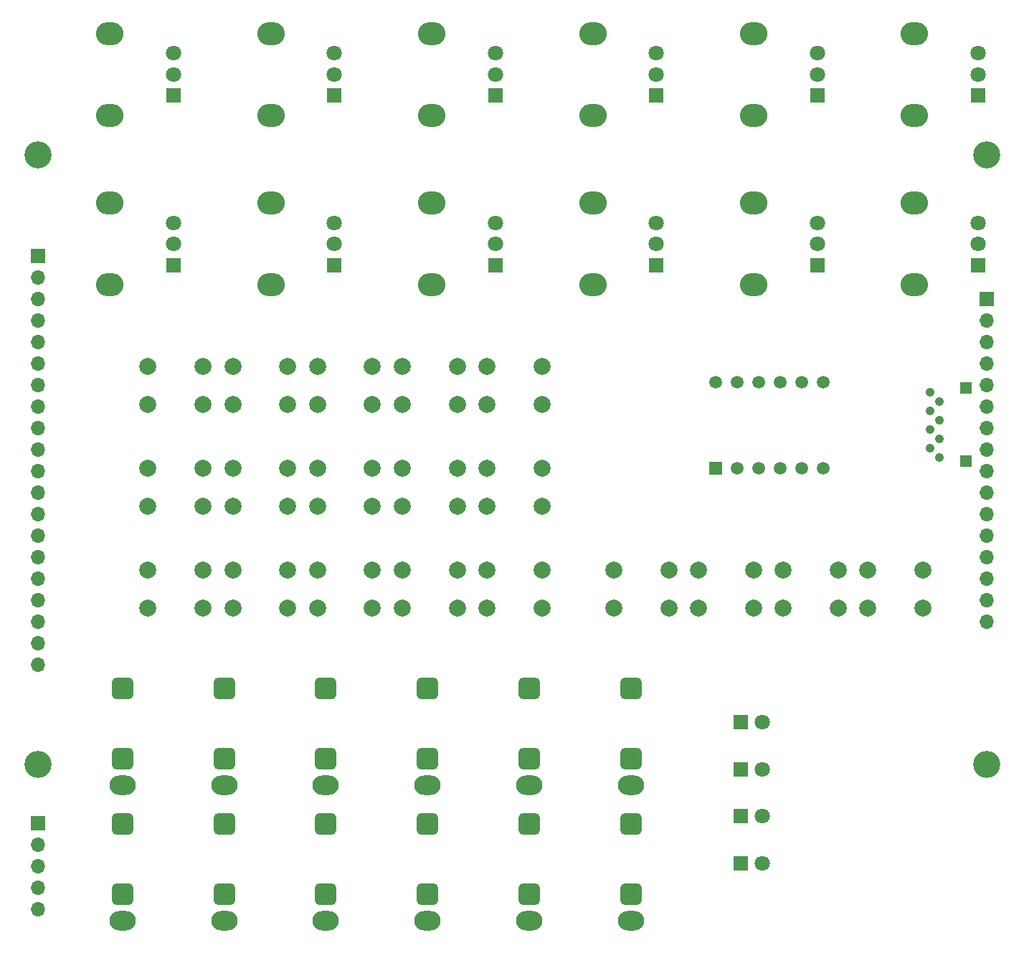
<source format=gbr>
%TF.GenerationSoftware,KiCad,Pcbnew,7.0.2*%
%TF.CreationDate,2024-07-09T14:04:18+01:00*%
%TF.ProjectId,dk2_03_top,646b325f-3033-45f7-946f-702e6b696361,rev?*%
%TF.SameCoordinates,Original*%
%TF.FileFunction,Soldermask,Top*%
%TF.FilePolarity,Negative*%
%FSLAX46Y46*%
G04 Gerber Fmt 4.6, Leading zero omitted, Abs format (unit mm)*
G04 Created by KiCad (PCBNEW 7.0.2) date 2024-07-09 14:04:18*
%MOMM*%
%LPD*%
G01*
G04 APERTURE LIST*
G04 Aperture macros list*
%AMRoundRect*
0 Rectangle with rounded corners*
0 $1 Rounding radius*
0 $2 $3 $4 $5 $6 $7 $8 $9 X,Y pos of 4 corners*
0 Add a 4 corners polygon primitive as box body*
4,1,4,$2,$3,$4,$5,$6,$7,$8,$9,$2,$3,0*
0 Add four circle primitives for the rounded corners*
1,1,$1+$1,$2,$3*
1,1,$1+$1,$4,$5*
1,1,$1+$1,$6,$7*
1,1,$1+$1,$8,$9*
0 Add four rect primitives between the rounded corners*
20,1,$1+$1,$2,$3,$4,$5,0*
20,1,$1+$1,$4,$5,$6,$7,0*
20,1,$1+$1,$6,$7,$8,$9,0*
20,1,$1+$1,$8,$9,$2,$3,0*%
G04 Aperture macros list end*
%ADD10C,2.000000*%
%ADD11O,3.240000X2.720000*%
%ADD12R,1.800000X1.800000*%
%ADD13C,1.800000*%
%ADD14O,3.100000X2.300000*%
%ADD15RoundRect,0.650000X-0.650000X-0.650000X0.650000X-0.650000X0.650000X0.650000X-0.650000X0.650000X0*%
%ADD16C,3.200000*%
%ADD17R,1.500000X1.500000*%
%ADD18C,1.500000*%
%ADD19C,1.050000*%
%ADD20R,1.350000X1.350000*%
%ADD21R,1.700000X1.700000*%
%ADD22O,1.700000X1.700000*%
G04 APERTURE END LIST*
D10*
%TO.C,SW10*%
X127000000Y-93000000D03*
X133500000Y-93000000D03*
X127000000Y-97500000D03*
X133500000Y-97500000D03*
%TD*%
%TO.C,SW8*%
X107000000Y-93000000D03*
X113500000Y-93000000D03*
X107000000Y-97500000D03*
X113500000Y-97500000D03*
%TD*%
D11*
%TO.C,RV3*%
X120500000Y-51300000D03*
X120500000Y-41700000D03*
D12*
X128000000Y-49000000D03*
D13*
X128000000Y-46500000D03*
X128000000Y-44000000D03*
%TD*%
D14*
%TO.C,J2*%
X96000000Y-130400000D03*
D15*
X96000000Y-119000000D03*
X96000000Y-127300000D03*
%TD*%
D14*
%TO.C,J13*%
X132000000Y-130400000D03*
D15*
X132000000Y-119000000D03*
X132000000Y-127300000D03*
%TD*%
D11*
%TO.C,RV8*%
X139500000Y-71300000D03*
X139500000Y-61700000D03*
D12*
X147000000Y-69000000D03*
D13*
X147000000Y-66500000D03*
X147000000Y-64000000D03*
%TD*%
D14*
%TO.C,J12*%
X120000000Y-130400000D03*
D15*
X120000000Y-119000000D03*
X120000000Y-127300000D03*
%TD*%
D10*
%TO.C,SW19*%
X172000000Y-105000000D03*
X178500000Y-105000000D03*
X172000000Y-109500000D03*
X178500000Y-109500000D03*
%TD*%
D16*
%TO.C,H1*%
X74000000Y-56000000D03*
%TD*%
D14*
%TO.C,J11*%
X144000000Y-146400000D03*
D15*
X144000000Y-135000000D03*
X144000000Y-143300000D03*
%TD*%
D11*
%TO.C,RV4*%
X139500000Y-51300000D03*
X139500000Y-41700000D03*
D12*
X147000000Y-49000000D03*
D13*
X147000000Y-46500000D03*
X147000000Y-44000000D03*
%TD*%
D10*
%TO.C,SW3*%
X107000000Y-81000000D03*
X113500000Y-81000000D03*
X107000000Y-85500000D03*
X113500000Y-85500000D03*
%TD*%
D11*
%TO.C,RV1*%
X82500000Y-51300000D03*
X82500000Y-41700000D03*
D12*
X90000000Y-49000000D03*
D13*
X90000000Y-46500000D03*
X90000000Y-44000000D03*
%TD*%
D11*
%TO.C,RV10*%
X177500000Y-51300000D03*
X177500000Y-41700000D03*
D12*
X185000000Y-49000000D03*
D13*
X185000000Y-46500000D03*
X185000000Y-44000000D03*
%TD*%
D14*
%TO.C,J4*%
X84000000Y-130400000D03*
D15*
X84000000Y-119000000D03*
X84000000Y-127300000D03*
%TD*%
D10*
%TO.C,SW9*%
X117000000Y-93000000D03*
X123500000Y-93000000D03*
X117000000Y-97500000D03*
X123500000Y-97500000D03*
%TD*%
D14*
%TO.C,J14*%
X120000000Y-146400000D03*
D15*
X120000000Y-135000000D03*
X120000000Y-143300000D03*
%TD*%
D14*
%TO.C,J15*%
X132000000Y-146400000D03*
D15*
X132000000Y-135000000D03*
X132000000Y-143300000D03*
%TD*%
D10*
%TO.C,SW6*%
X87000000Y-93000000D03*
X93500000Y-93000000D03*
X87000000Y-97500000D03*
X93500000Y-97500000D03*
%TD*%
D11*
%TO.C,RV7*%
X120500000Y-71300000D03*
X120500000Y-61700000D03*
D12*
X128000000Y-69000000D03*
D13*
X128000000Y-66500000D03*
X128000000Y-64000000D03*
%TD*%
D10*
%TO.C,SW17*%
X152000000Y-105000000D03*
X158500000Y-105000000D03*
X152000000Y-109500000D03*
X158500000Y-109500000D03*
%TD*%
%TO.C,SW1*%
X87000000Y-81000000D03*
X93500000Y-81000000D03*
X87000000Y-85500000D03*
X93500000Y-85500000D03*
%TD*%
D17*
%TO.C,U3*%
X154000000Y-93000000D03*
D18*
X156540000Y-93000000D03*
X159080000Y-93000000D03*
X161620000Y-93000000D03*
X164160000Y-93000000D03*
X166700000Y-93000000D03*
X166700000Y-82840000D03*
X164160000Y-82840000D03*
X161620000Y-82840000D03*
X159080000Y-82840000D03*
X156540000Y-82840000D03*
X154000000Y-82840000D03*
%TD*%
D19*
%TO.C,J6*%
X180400000Y-91700000D03*
X179300000Y-90600000D03*
X180400000Y-89500000D03*
X179300000Y-88400000D03*
X180400000Y-87300000D03*
X179300000Y-86200000D03*
X180400000Y-85100000D03*
X179300000Y-84000000D03*
D20*
X183570000Y-92150000D03*
X183570000Y-83550000D03*
%TD*%
D12*
%TO.C,D3*%
X157000000Y-134100000D03*
D13*
X159540000Y-134100000D03*
%TD*%
D11*
%TO.C,RV11*%
X158500000Y-71300000D03*
X158500000Y-61700000D03*
D12*
X166000000Y-69000000D03*
D13*
X166000000Y-66500000D03*
X166000000Y-64000000D03*
%TD*%
D11*
%TO.C,RV9*%
X158500000Y-51300000D03*
X158500000Y-41700000D03*
D12*
X166000000Y-49000000D03*
D13*
X166000000Y-46500000D03*
X166000000Y-44000000D03*
%TD*%
D14*
%TO.C,J8*%
X96000000Y-146400000D03*
D15*
X96000000Y-135000000D03*
X96000000Y-143300000D03*
%TD*%
D10*
%TO.C,SW15*%
X127000000Y-105000000D03*
X133500000Y-105000000D03*
X127000000Y-109500000D03*
X133500000Y-109500000D03*
%TD*%
%TO.C,SW13*%
X107000000Y-105000000D03*
X113500000Y-105000000D03*
X107000000Y-109500000D03*
X113500000Y-109500000D03*
%TD*%
%TO.C,SW18*%
X162000000Y-105000000D03*
X168500000Y-105000000D03*
X162000000Y-109500000D03*
X168500000Y-109500000D03*
%TD*%
D16*
%TO.C,H2*%
X186000000Y-56000000D03*
%TD*%
D10*
%TO.C,SW11*%
X87000000Y-105000000D03*
X93500000Y-105000000D03*
X87000000Y-109500000D03*
X93500000Y-109500000D03*
%TD*%
%TO.C,SW2*%
X97000000Y-81000000D03*
X103500000Y-81000000D03*
X97000000Y-85500000D03*
X103500000Y-85500000D03*
%TD*%
%TO.C,SW7*%
X97000000Y-93000000D03*
X103500000Y-93000000D03*
X97000000Y-97500000D03*
X103500000Y-97500000D03*
%TD*%
D12*
%TO.C,D2*%
X157000000Y-128550000D03*
D13*
X159540000Y-128550000D03*
%TD*%
D12*
%TO.C,D1*%
X157000000Y-123000000D03*
D13*
X159540000Y-123000000D03*
%TD*%
D14*
%TO.C,J5*%
X144000000Y-130400000D03*
D15*
X144000000Y-119000000D03*
X144000000Y-127300000D03*
%TD*%
D10*
%TO.C,SW12*%
X97000000Y-105000000D03*
X103500000Y-105000000D03*
X97000000Y-109500000D03*
X103500000Y-109500000D03*
%TD*%
D16*
%TO.C,H3*%
X74000000Y-128000000D03*
%TD*%
D12*
%TO.C,D4*%
X157000000Y-139650000D03*
D13*
X159540000Y-139650000D03*
%TD*%
D10*
%TO.C,SW4*%
X117000000Y-81000000D03*
X123500000Y-81000000D03*
X117000000Y-85500000D03*
X123500000Y-85500000D03*
%TD*%
D11*
%TO.C,RV12*%
X177500000Y-71300000D03*
X177500000Y-61700000D03*
D12*
X185000000Y-69000000D03*
D13*
X185000000Y-66500000D03*
X185000000Y-64000000D03*
%TD*%
D16*
%TO.C,H4*%
X186000000Y-128000000D03*
%TD*%
D14*
%TO.C,J9*%
X108000000Y-146400000D03*
D15*
X108000000Y-135000000D03*
X108000000Y-143300000D03*
%TD*%
D11*
%TO.C,RV6*%
X101500000Y-71300000D03*
X101500000Y-61700000D03*
D12*
X109000000Y-69000000D03*
D13*
X109000000Y-66500000D03*
X109000000Y-64000000D03*
%TD*%
D14*
%TO.C,J3*%
X108000000Y-130400000D03*
D15*
X108000000Y-119000000D03*
X108000000Y-127300000D03*
%TD*%
D11*
%TO.C,RV5*%
X82500000Y-71300000D03*
X82500000Y-61700000D03*
D12*
X90000000Y-69000000D03*
D13*
X90000000Y-66500000D03*
X90000000Y-64000000D03*
%TD*%
D10*
%TO.C,SW5*%
X127000000Y-81000000D03*
X133500000Y-81000000D03*
X127000000Y-85500000D03*
X133500000Y-85500000D03*
%TD*%
D11*
%TO.C,RV2*%
X101500000Y-51300000D03*
X101500000Y-41700000D03*
D12*
X109000000Y-49000000D03*
D13*
X109000000Y-46500000D03*
X109000000Y-44000000D03*
%TD*%
D10*
%TO.C,SW16*%
X142000000Y-105000000D03*
X148500000Y-105000000D03*
X142000000Y-109500000D03*
X148500000Y-109500000D03*
%TD*%
D14*
%TO.C,J10*%
X84000000Y-146400000D03*
D15*
X84000000Y-135000000D03*
X84000000Y-143300000D03*
%TD*%
D10*
%TO.C,SW14*%
X117000000Y-105000000D03*
X123500000Y-105000000D03*
X117000000Y-109500000D03*
X123500000Y-109500000D03*
%TD*%
D21*
%TO.C,J7*%
X186000000Y-73000000D03*
D22*
X186000000Y-75540000D03*
X186000000Y-78080000D03*
X186000000Y-80620000D03*
X186000000Y-83160000D03*
X186000000Y-85700000D03*
X186000000Y-88240000D03*
X186000000Y-90780000D03*
X186000000Y-93320000D03*
X186000000Y-95860000D03*
X186000000Y-98400000D03*
X186000000Y-100940000D03*
X186000000Y-103480000D03*
X186000000Y-106020000D03*
X186000000Y-108560000D03*
X186000000Y-111100000D03*
%TD*%
D21*
%TO.C,J16*%
X74000000Y-134920000D03*
D22*
X74000000Y-137460000D03*
X74000000Y-140000000D03*
X74000000Y-142540000D03*
X74000000Y-145080000D03*
%TD*%
D21*
%TO.C,J1*%
X74000000Y-67920000D03*
D22*
X74000000Y-70460000D03*
X74000000Y-73000000D03*
X74000000Y-75540000D03*
X74000000Y-78080000D03*
X74000000Y-80620000D03*
X74000000Y-83160000D03*
X74000000Y-85700000D03*
X74000000Y-88240000D03*
X74000000Y-90780000D03*
X74000000Y-93320000D03*
X74000000Y-95860000D03*
X74000000Y-98400000D03*
X74000000Y-100940000D03*
X74000000Y-103480000D03*
X74000000Y-106020000D03*
X74000000Y-108560000D03*
X74000000Y-111100000D03*
X74000000Y-113640000D03*
X74000000Y-116180000D03*
%TD*%
M02*

</source>
